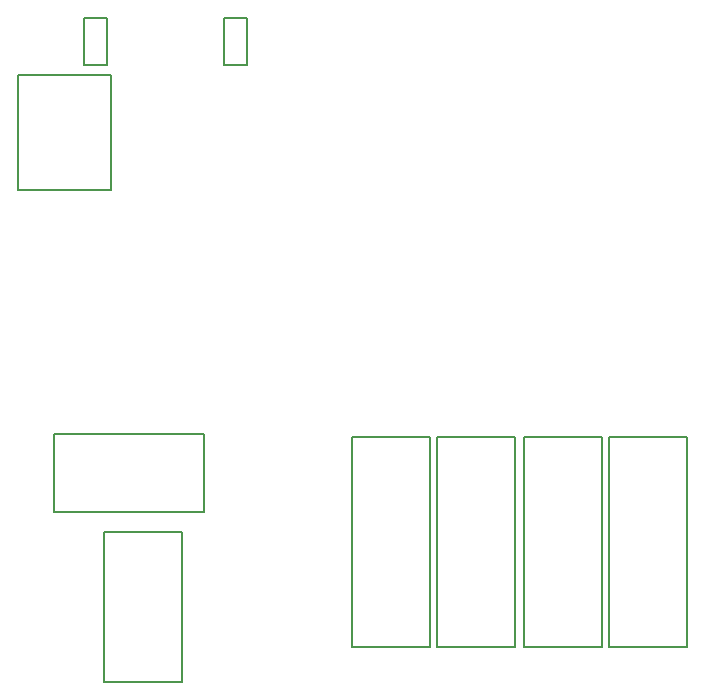
<source format=gbr>
%TF.GenerationSoftware,Altium Limited,Altium Designer,22.7.1 (60)*%
G04 Layer_Color=8388736*
%FSLAX45Y45*%
%MOMM*%
%TF.SameCoordinates,61DBAAF2-DE87-4E8A-AD11-02536D302051*%
%TF.FilePolarity,Positive*%
%TF.FileFunction,Other,Top_Courtyard*%
%TF.Part,Single*%
G01*
G75*
%TA.AperFunction,NonConductor*%
%ADD61C,0.20000*%
D61*
X1352359Y6276999D02*
X1552359D01*
X1552358Y6677001D02*
X1552359Y6276999D01*
X1352358Y6677001D02*
X1552358D01*
X1352358D02*
X1352359Y6276999D01*
X2535250Y6277000D02*
X2735250D01*
Y6677000D01*
X2535250D02*
X2735250D01*
X2535250Y6277000D02*
Y6677000D01*
X794857Y5218000D02*
X1584858Y5218000D01*
X1584858Y6193000D01*
X794858Y6193000D02*
X1584858Y6193000D01*
X794857Y5218000D02*
X794858Y6193000D01*
X1523534Y1053751D02*
X2183534Y1053752D01*
X2183534Y2323751D01*
X1523535D02*
X2183534D01*
X1523534Y1053751D02*
X1523535Y2323751D01*
X1097536Y3155750D02*
X2367535Y3155750D01*
X2367535Y2495750D01*
X1097536Y2495750D02*
X2367535Y2495750D01*
X1097536Y2495750D02*
Y3155750D01*
X4341975Y1355485D02*
Y3125485D01*
X5001976D01*
Y1355485D02*
Y3125485D01*
X4341975Y1355485D02*
X5001976D01*
X4279660Y1355484D02*
X4279661Y3125485D01*
X3619660Y1355485D02*
X4279660Y1355484D01*
X3619660Y3125484D02*
X3619660Y1355485D01*
X3619660Y3125484D02*
X4279661Y3125485D01*
X5740160Y1355484D02*
X5740161Y3125485D01*
X5080160Y1355485D02*
X5740160Y1355484D01*
X5080160Y3125484D02*
X5080160Y1355485D01*
X5080160Y3125484D02*
X5740161Y3125485D01*
X5802475Y1355485D02*
Y3125485D01*
X6462476D01*
Y1355485D02*
Y3125485D01*
X5802475Y1355485D02*
X6462476D01*
%TF.MD5,261ef219fa3ade32f3e00ea9a533b294*%
M02*

</source>
